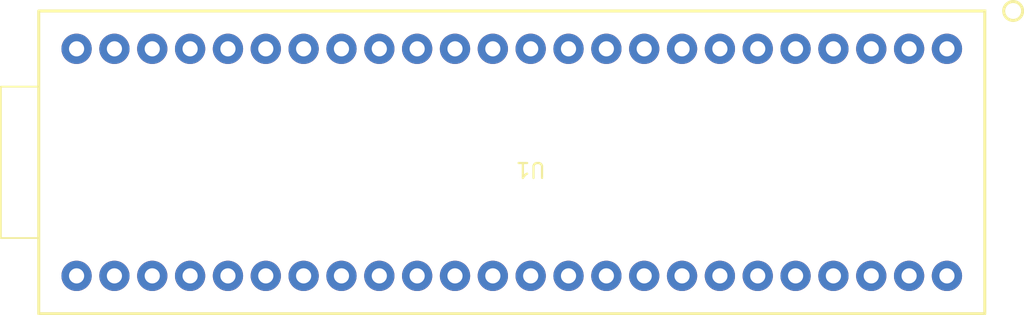
<source format=kicad_pcb>
(kicad_pcb (version 20211014) (generator pcbnew)
  (layers (0 "F.Cu" signal) (31 "B.Cu" signal) (34 "B.Paste" user) (35 "F.Paste" user) (36 "B.SilkS" user "B.Silkscreen") (37 "F.SilkS" user "F.Silkscreen") (38 "B.Mask" user) (39 "F.Mask" user) (44 "Edge.Cuts" user))
  (net 0 "")
  (footprint "UserKiCadFootprints:Teensy4.1" (layer "F.Cu") (at 142.24 38.1 180)
    (fp_text reference "U1" (at -1.27 -0.5 180 unlocked) (layer "F.SilkS"))
    (fp_text value "Teensy4.1")
    (fp_rect (start -31.75 10.16) (end 31.75 -10.16) (layer "F.SilkS") (width 0.2032) (fill none))
    (fp_rect (start 31.75 5.08) (end 34.29 -5.08) (layer "F.SilkS") (width 0.12) (fill none))
    (fp_circle (center -33.655 10.16) (end -33.02 10.16) (layer "F.SilkS") (width 0.2032) (fill none))
    (pad "0" thru_hole circle (at -26.67 7.62 180) (size 2.032 2.032) (drill 1.016) (layers *.Cu *.Mask))
    (pad "1" thru_hole circle (at -24.13 7.62 180) (size 2.032 2.032) (drill 1.016) (layers *.Cu *.Mask))
    (pad "2" thru_hole circle (at -21.59 7.62 180) (size 2.032 2.032) (drill 1.016) (layers *.Cu *.Mask))
    (pad "3" thru_hole circle (at -19.05 7.62 180) (size 2.032 2.032) (drill 1.016) (layers *.Cu *.Mask))
    (pad "4" thru_hole circle (at -16.51 7.62 180) (size 2.032 2.032) (drill 1.016) (layers *.Cu *.Mask))
    (pad "5" thru_hole circle (at -13.97 7.62 180) (size 2.032 2.032) (drill 1.016) (layers *.Cu *.Mask))
    (pad "6" thru_hole circle (at -11.43 7.62 180) (size 2.032 2.032) (drill 1.016) (layers *.Cu *.Mask))
    (pad "7" thru_hole circle (at -8.89 7.62 180) (size 2.032 2.032) (drill 1.016) (layers *.Cu *.Mask))
    (pad "8" thru_hole circle (at -6.35 7.62 180) (size 2.032 2.032) (drill 1.016) (layers *.Cu *.Mask))
    (pad "9" thru_hole circle (at -3.81 7.62 180) (size 2.032 2.032) (drill 1.016) (layers *.Cu *.Mask))
    (pad "10" thru_hole circle (at -1.27 7.62 180) (size 2.032 2.032) (drill 1.016) (layers *.Cu *.Mask))
    (pad "11" thru_hole circle (at 1.27 7.62 180) (size 2.032 2.032) (drill 1.016) (layers *.Cu *.Mask))
    (pad "12" thru_hole circle (at 3.81 7.62 180) (size 2.032 2.032) (drill 1.016) (layers *.Cu *.Mask))
    (pad "13" thru_hole circle (at 3.81 -7.62 180) (size 2.032 2.032) (drill 1.016) (layers *.Cu *.Mask))
    (pad "14" thru_hole circle (at 1.27 -7.62 180) (size 2.032 2.032) (drill 1.016) (layers *.Cu *.Mask))
    (pad "15" thru_hole circle (at -1.27 -7.62 180) (size 2.032 2.032) (drill 1.016) (layers *.Cu *.Mask))
    (pad "16" thru_hole circle (at -3.81 -7.62 180) (size 2.032 2.032) (drill 1.016) (layers *.Cu *.Mask))
    (pad "17" thru_hole circle (at -6.35 -7.62 180) (size 2.032 2.032) (drill 1.016) (layers *.Cu *.Mask))
    (pad "18" thru_hole circle (at -8.89 -7.62 180) (size 2.032 2.032) (drill 1.016) (layers *.Cu *.Mask))
    (pad "19" thru_hole circle (at -11.43 -7.62 180) (size 2.032 2.032) (drill 1.016) (layers *.Cu *.Mask))
    (pad "20" thru_hole circle (at -13.97 -7.62 180) (size 2.032 2.032) (drill 1.016) (layers *.Cu *.Mask))
    (pad "21" thru_hole circle (at -16.51 -7.62 180) (size 2.032 2.032) (drill 1.016) (layers *.Cu *.Mask))
    (pad "22" thru_hole circle (at -19.05 -7.62 180) (size 2.032 2.032) (drill 1.016) (layers *.Cu *.Mask))
    (pad "23" thru_hole circle (at -21.59 -7.62 180) (size 2.032 2.032) (drill 1.016) (layers *.Cu *.Mask))
    (pad "24" thru_hole circle (at 8.89 7.62 180) (size 2.032 2.032) (drill 1.016) (layers *.Cu *.Mask))
    (pad "25" thru_hole circle (at 11.43 7.62 180) (size 2.032 2.032) (drill 1.016) (layers *.Cu *.Mask))
    (pad "26" thru_hole circle (at 13.97 7.62 180) (size 2.032 2.032) (drill 1.016) (layers *.Cu *.Mask))
    (pad "27" thru_hole circle (at 16.51 7.62 180) (size 2.032 2.032) (drill 1.016) (layers *.Cu *.Mask))
    (pad "28" thru_hole circle (at 19.05 7.62 180) (size 2.032 2.032) (drill 1.016) (layers *.Cu *.Mask))
    (pad "29" thru_hole circle (at 21.59 7.62 180) (size 2.032 2.032) (drill 1.016) (layers *.Cu *.Mask))
    (pad "30" thru_hole circle (at 24.13 7.62 180) (size 2.032 2.032) (drill 1.016) (layers *.Cu *.Mask))
    (pad "31" thru_hole circle (at 26.67 7.62 180) (size 2.032 2.032) (drill 1.016) (layers *.Cu *.Mask))
    (pad "32" thru_hole circle (at 29.21 7.62 180) (size 2.032 2.032) (drill 1.016) (layers *.Cu *.Mask))
    (pad "33" thru_hole circle (at 29.21 -7.62 180) (size 2.032 2.032) (drill 1.016) (layers *.Cu *.Mask))
    (pad "34" thru_hole circle (at 26.67 -7.62 180) (size 2.032 2.032) (drill 1.016) (layers *.Cu *.Mask))
    (pad "35" thru_hole circle (at 24.13 -7.62 180) (size 2.032 2.032) (drill 1.016) (layers *.Cu *.Mask))
    (pad "36" thru_hole circle (at 21.59 -7.62 180) (size 2.032 2.032) (drill 1.016) (layers *.Cu *.Mask))
    (pad "37" thru_hole circle (at 19.05 -7.62 180) (size 2.032 2.032) (drill 1.016) (layers *.Cu *.Mask))
    (pad "38" thru_hole circle (at 16.51 -7.62 180) (size 2.032 2.032) (drill 1.016) (layers *.Cu *.Mask))
    (pad "39" thru_hole circle (at 13.97 -7.62 180) (size 2.032 2.032) (drill 1.016) (layers *.Cu *.Mask))
    (pad "40" thru_hole circle (at 11.43 -7.62 180) (size 2.032 2.032) (drill 1.016) (layers *.Cu *.Mask))
    (pad "41" thru_hole circle (at 8.89 -7.62 180) (size 2.032 2.032) (drill 1.016) (layers *.Cu *.Mask))
    (pad "43" thru_hole circle (at -29.21 7.62 180) (size 2.032 2.032) (drill 1.016) (layers *.Cu *.Mask))
    (pad "44" thru_hole circle (at 6.35 7.62 180) (size 2.032 2.032) (drill 1.016) (layers *.Cu *.Mask))
    (pad "45" thru_hole circle (at -29.21 -7.62 180) (size 2.032 2.032) (drill 1.016) (layers *.Cu *.Mask))
    (pad "46" thru_hole circle (at -26.67 -7.62 180) (size 2.032 2.032) (drill 1.016) (layers *.Cu *.Mask))
    (pad "47" thru_hole circle (at -24.13 -7.62 180) (size 2.032 2.032) (drill 1.016) (layers *.Cu *.Mask))
    (pad "48" thru_hole circle (at 6.35 -7.62 180) (size 2.032 2.032) (drill 1.016) (layers *.Cu *.Mask))
  )
)
</source>
